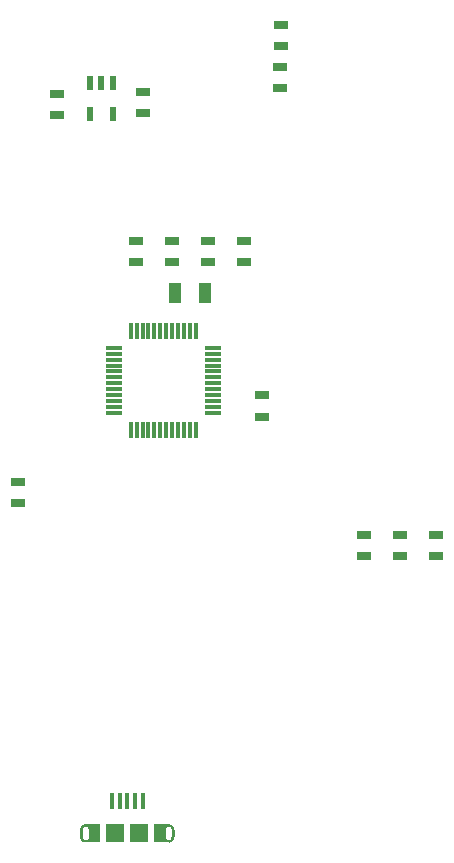
<source format=gbr>
G04 EAGLE Gerber RS-274X export*
G75*
%MOMM*%
%FSLAX34Y34*%
%LPD*%
%INSolderpaste Top*%
%IPPOS*%
%AMOC8*
5,1,8,0,0,1.08239X$1,22.5*%
G01*
%ADD10R,0.300000X1.450000*%
%ADD11R,1.450000X0.300000*%
%ADD12R,1.000000X1.800000*%
%ADD13C,0.000100*%
%ADD14R,0.400000X1.350000*%
%ADD15R,1.500000X1.550000*%
%ADD16R,1.200000X0.800000*%
%ADD17R,0.550000X1.200000*%

G36*
X786840Y7486D02*
X786840Y7486D01*
X786841Y7485D01*
X787953Y7611D01*
X787954Y7611D01*
X789011Y7981D01*
X789012Y7981D01*
X789960Y8577D01*
X789960Y8578D01*
X789961Y8578D01*
X790753Y9369D01*
X790753Y9370D01*
X791349Y10318D01*
X791349Y10319D01*
X791719Y11376D01*
X791719Y11377D01*
X791720Y11380D01*
X791720Y11384D01*
X791721Y11389D01*
X791721Y11394D01*
X791723Y11408D01*
X791723Y11413D01*
X791724Y11418D01*
X791724Y11422D01*
X791725Y11422D01*
X791724Y11422D01*
X791725Y11427D01*
X791726Y11432D01*
X791727Y11446D01*
X791728Y11451D01*
X791728Y11456D01*
X791729Y11460D01*
X791729Y11465D01*
X791730Y11470D01*
X791731Y11484D01*
X791732Y11489D01*
X791733Y11494D01*
X791733Y11498D01*
X791734Y11503D01*
X791734Y11508D01*
X791736Y11522D01*
X791736Y11527D01*
X791737Y11532D01*
X791737Y11536D01*
X791738Y11541D01*
X791739Y11555D01*
X791740Y11555D01*
X791739Y11555D01*
X791740Y11560D01*
X791741Y11565D01*
X791741Y11570D01*
X791742Y11574D01*
X791742Y11579D01*
X791744Y11593D01*
X791744Y11598D01*
X791745Y11603D01*
X791745Y11608D01*
X791746Y11612D01*
X791746Y11617D01*
X791748Y11631D01*
X791749Y11636D01*
X791749Y11641D01*
X791750Y11646D01*
X791750Y11650D01*
X791751Y11655D01*
X791752Y11669D01*
X791753Y11674D01*
X791753Y11679D01*
X791754Y11684D01*
X791754Y11688D01*
X791757Y11707D01*
X791757Y11712D01*
X791758Y11717D01*
X791758Y11722D01*
X791759Y11726D01*
X791760Y11741D01*
X791761Y11745D01*
X791761Y11750D01*
X791762Y11755D01*
X791762Y11760D01*
X791763Y11760D01*
X791762Y11760D01*
X791763Y11764D01*
X791765Y11779D01*
X791765Y11783D01*
X791766Y11788D01*
X791766Y11793D01*
X791767Y11798D01*
X791767Y11802D01*
X791769Y11817D01*
X791769Y11821D01*
X791770Y11826D01*
X791771Y11831D01*
X791771Y11836D01*
X791772Y11840D01*
X791773Y11855D01*
X791774Y11859D01*
X791774Y11864D01*
X791775Y11869D01*
X791775Y11874D01*
X791777Y11893D01*
X791778Y11893D01*
X791777Y11893D01*
X791778Y11897D01*
X791779Y11902D01*
X791779Y11907D01*
X791780Y11912D01*
X791781Y11926D01*
X791782Y11931D01*
X791782Y11935D01*
X791783Y11940D01*
X791783Y11945D01*
X791784Y11950D01*
X791786Y11964D01*
X791786Y11969D01*
X791787Y11973D01*
X791787Y11978D01*
X791788Y11983D01*
X791788Y11988D01*
X791790Y12002D01*
X791790Y12007D01*
X791791Y12011D01*
X791791Y12016D01*
X791792Y12021D01*
X791792Y12026D01*
X791794Y12040D01*
X791795Y12045D01*
X791795Y12049D01*
X791796Y12054D01*
X791796Y12059D01*
X791798Y12073D01*
X791798Y12078D01*
X791799Y12083D01*
X791799Y12087D01*
X791800Y12092D01*
X791800Y12097D01*
X791801Y12097D01*
X791800Y12097D01*
X791802Y12111D01*
X791803Y12116D01*
X791803Y12121D01*
X791804Y12125D01*
X791804Y12130D01*
X791805Y12135D01*
X791806Y12149D01*
X791807Y12154D01*
X791807Y12159D01*
X791808Y12163D01*
X791809Y12168D01*
X791809Y12173D01*
X791811Y12187D01*
X791811Y12192D01*
X791812Y12197D01*
X791812Y12201D01*
X791813Y12206D01*
X791815Y12225D01*
X791815Y12230D01*
X791816Y12230D01*
X791815Y12230D01*
X791816Y12235D01*
X791817Y12239D01*
X791817Y12244D01*
X791819Y12258D01*
X791819Y12263D01*
X791820Y12268D01*
X791820Y12273D01*
X791821Y12277D01*
X791821Y12282D01*
X791823Y12296D01*
X791824Y12301D01*
X791824Y12306D01*
X791825Y12311D01*
X791825Y12315D01*
X791826Y12320D01*
X791827Y12334D01*
X791828Y12339D01*
X791828Y12344D01*
X791829Y12349D01*
X791829Y12353D01*
X791830Y12358D01*
X791832Y12372D01*
X791832Y12377D01*
X791833Y12382D01*
X791833Y12387D01*
X791834Y12391D01*
X791836Y12410D01*
X791836Y12415D01*
X791837Y12420D01*
X791837Y12425D01*
X791838Y12429D01*
X791840Y12444D01*
X791840Y12448D01*
X791841Y12453D01*
X791841Y12458D01*
X791842Y12463D01*
X791842Y12467D01*
X791844Y12482D01*
X791844Y12486D01*
X791845Y12489D01*
X791845Y12490D01*
X791845Y17990D01*
X791845Y17991D01*
X791719Y19103D01*
X791719Y19104D01*
X791349Y20161D01*
X791349Y20162D01*
X790753Y21110D01*
X790752Y21110D01*
X790753Y21111D01*
X789961Y21903D01*
X789960Y21903D01*
X789012Y22499D01*
X789011Y22499D01*
X787954Y22869D01*
X787953Y22869D01*
X786841Y22995D01*
X786840Y22995D01*
X774840Y22995D01*
X774835Y22991D01*
X774836Y22990D01*
X774835Y22990D01*
X774835Y7490D01*
X774839Y7485D01*
X774840Y7486D01*
X774840Y7485D01*
X786840Y7485D01*
X786840Y7486D01*
G37*
G36*
X728845Y7489D02*
X728845Y7489D01*
X728844Y7490D01*
X728845Y7490D01*
X728845Y22990D01*
X728841Y22995D01*
X728840Y22994D01*
X728840Y22995D01*
X716840Y22995D01*
X716839Y22995D01*
X715727Y22869D01*
X715726Y22869D01*
X714669Y22499D01*
X714668Y22499D01*
X713720Y21903D01*
X713720Y21902D01*
X713719Y21903D01*
X712928Y21111D01*
X712927Y21110D01*
X712331Y20162D01*
X712331Y20161D01*
X711961Y19104D01*
X711961Y19103D01*
X711960Y19095D01*
X711959Y19090D01*
X711959Y19085D01*
X711958Y19081D01*
X711958Y19076D01*
X711955Y19057D01*
X711955Y19052D01*
X711954Y19047D01*
X711954Y19043D01*
X711953Y19038D01*
X711952Y19024D01*
X711951Y19019D01*
X711951Y19014D01*
X711950Y19009D01*
X711950Y19005D01*
X711949Y19000D01*
X711947Y18986D01*
X711947Y18981D01*
X711946Y18976D01*
X711946Y18971D01*
X711945Y18967D01*
X711945Y18962D01*
X711943Y18948D01*
X711943Y18943D01*
X711942Y18938D01*
X711942Y18933D01*
X711941Y18929D01*
X711940Y18924D01*
X711939Y18910D01*
X711938Y18905D01*
X711938Y18900D01*
X711937Y18895D01*
X711937Y18891D01*
X711935Y18872D01*
X711934Y18867D01*
X711934Y18862D01*
X711933Y18862D01*
X711934Y18862D01*
X711933Y18857D01*
X711932Y18853D01*
X711931Y18838D01*
X711930Y18834D01*
X711930Y18829D01*
X711929Y18824D01*
X711929Y18819D01*
X711928Y18815D01*
X711927Y18800D01*
X711926Y18796D01*
X711925Y18791D01*
X711925Y18786D01*
X711924Y18781D01*
X711924Y18777D01*
X711922Y18762D01*
X711922Y18758D01*
X711921Y18753D01*
X711921Y18748D01*
X711920Y18743D01*
X711920Y18739D01*
X711918Y18724D01*
X711917Y18720D01*
X711917Y18715D01*
X711916Y18710D01*
X711916Y18705D01*
X711914Y18691D01*
X711914Y18686D01*
X711913Y18682D01*
X711913Y18677D01*
X711912Y18672D01*
X711912Y18667D01*
X711910Y18653D01*
X711909Y18648D01*
X711909Y18644D01*
X711908Y18639D01*
X711908Y18634D01*
X711907Y18629D01*
X711906Y18615D01*
X711905Y18610D01*
X711905Y18606D01*
X711904Y18601D01*
X711904Y18596D01*
X711903Y18591D01*
X711901Y18577D01*
X711901Y18572D01*
X711900Y18568D01*
X711900Y18563D01*
X711899Y18558D01*
X711897Y18539D01*
X711897Y18534D01*
X711896Y18530D01*
X711896Y18525D01*
X711895Y18525D01*
X711896Y18525D01*
X711895Y18520D01*
X711893Y18506D01*
X711893Y18501D01*
X711892Y18496D01*
X711892Y18492D01*
X711891Y18487D01*
X711891Y18482D01*
X711889Y18468D01*
X711889Y18463D01*
X711888Y18458D01*
X711887Y18454D01*
X711887Y18449D01*
X711886Y18444D01*
X711885Y18430D01*
X711884Y18425D01*
X711884Y18420D01*
X711883Y18416D01*
X711883Y18411D01*
X711882Y18406D01*
X711881Y18392D01*
X711880Y18392D01*
X711881Y18392D01*
X711880Y18387D01*
X711879Y18382D01*
X711879Y18378D01*
X711878Y18373D01*
X711876Y18354D01*
X711876Y18349D01*
X711875Y18344D01*
X711875Y18340D01*
X711874Y18335D01*
X711872Y18321D01*
X711872Y18316D01*
X711871Y18311D01*
X711871Y18306D01*
X711870Y18302D01*
X711870Y18297D01*
X711868Y18283D01*
X711868Y18278D01*
X711867Y18273D01*
X711867Y18268D01*
X711866Y18264D01*
X711866Y18259D01*
X711864Y18245D01*
X711863Y18240D01*
X711863Y18235D01*
X711862Y18230D01*
X711862Y18226D01*
X711861Y18221D01*
X711860Y18207D01*
X711859Y18202D01*
X711859Y18197D01*
X711858Y18192D01*
X711858Y18188D01*
X711857Y18188D01*
X711858Y18188D01*
X711856Y18173D01*
X711855Y18169D01*
X711855Y18164D01*
X711854Y18159D01*
X711854Y18154D01*
X711853Y18150D01*
X711852Y18135D01*
X711851Y18131D01*
X711851Y18126D01*
X711850Y18121D01*
X711849Y18116D01*
X711849Y18112D01*
X711847Y18097D01*
X711847Y18093D01*
X711846Y18088D01*
X711846Y18083D01*
X711845Y18078D01*
X711845Y18074D01*
X711843Y18059D01*
X711843Y18055D01*
X711842Y18055D01*
X711843Y18055D01*
X711842Y18050D01*
X711841Y18045D01*
X711841Y18040D01*
X711839Y18021D01*
X711838Y18017D01*
X711838Y18012D01*
X711837Y18007D01*
X711837Y18002D01*
X711835Y17991D01*
X711836Y17990D01*
X711835Y17990D01*
X711835Y12490D01*
X711836Y12490D01*
X711835Y12489D01*
X711961Y11377D01*
X711961Y11376D01*
X712331Y10319D01*
X712331Y10318D01*
X712927Y9370D01*
X712928Y9370D01*
X712928Y9369D01*
X713719Y8578D01*
X713720Y8577D01*
X714668Y7981D01*
X714669Y7981D01*
X715726Y7611D01*
X715727Y7611D01*
X716839Y7485D01*
X716840Y7486D01*
X716840Y7485D01*
X728840Y7485D01*
X728845Y7489D01*
G37*
%LPC*%
G36*
X786194Y9580D02*
X786194Y9580D01*
X785593Y9829D01*
X785076Y10226D01*
X784679Y10743D01*
X784430Y11344D01*
X784345Y11990D01*
X784345Y18490D01*
X784430Y19136D01*
X784679Y19738D01*
X785076Y20254D01*
X785593Y20651D01*
X786194Y20900D01*
X786840Y20985D01*
X787486Y20900D01*
X788088Y20651D01*
X788604Y20254D01*
X789001Y19738D01*
X789250Y19136D01*
X789335Y18490D01*
X789335Y11990D01*
X789299Y11718D01*
X789299Y11713D01*
X789298Y11709D01*
X789298Y11704D01*
X789297Y11699D01*
X789296Y11694D01*
X789296Y11690D01*
X789295Y11685D01*
X789294Y11680D01*
X789294Y11675D01*
X789293Y11671D01*
X789293Y11666D01*
X789292Y11661D01*
X789291Y11656D01*
X789291Y11652D01*
X789290Y11647D01*
X789289Y11642D01*
X789289Y11637D01*
X789288Y11633D01*
X789288Y11628D01*
X789287Y11623D01*
X789286Y11618D01*
X789286Y11614D01*
X789285Y11609D01*
X789284Y11604D01*
X789284Y11599D01*
X789283Y11595D01*
X789283Y11590D01*
X789282Y11585D01*
X789281Y11580D01*
X789281Y11576D01*
X789280Y11571D01*
X789250Y11344D01*
X789001Y10743D01*
X788604Y10226D01*
X788088Y9829D01*
X787486Y9580D01*
X786840Y9495D01*
X786194Y9580D01*
G37*
%LPD*%
%LPC*%
G36*
X716194Y9580D02*
X716194Y9580D01*
X715593Y9829D01*
X715076Y10226D01*
X714679Y10743D01*
X714430Y11344D01*
X714345Y11990D01*
X714345Y18490D01*
X714345Y18495D01*
X714346Y18495D01*
X714345Y18495D01*
X714346Y18500D01*
X714347Y18505D01*
X714347Y18509D01*
X714348Y18514D01*
X714349Y18519D01*
X714349Y18524D01*
X714350Y18528D01*
X714350Y18533D01*
X714351Y18533D01*
X714351Y18538D01*
X714352Y18543D01*
X714352Y18547D01*
X714353Y18552D01*
X714389Y18828D01*
X714390Y18832D01*
X714391Y18837D01*
X714391Y18842D01*
X714392Y18847D01*
X714392Y18851D01*
X714393Y18856D01*
X714394Y18861D01*
X714394Y18866D01*
X714395Y18870D01*
X714396Y18875D01*
X714396Y18880D01*
X714397Y18885D01*
X714397Y18889D01*
X714398Y18894D01*
X714399Y18899D01*
X714399Y18904D01*
X714400Y18908D01*
X714401Y18913D01*
X714401Y18918D01*
X714402Y18923D01*
X714402Y18927D01*
X714403Y18932D01*
X714404Y18937D01*
X714404Y18942D01*
X714405Y18946D01*
X714406Y18951D01*
X714406Y18956D01*
X714407Y18961D01*
X714407Y18965D01*
X714408Y18970D01*
X714409Y18975D01*
X714409Y18980D01*
X714430Y19136D01*
X714679Y19738D01*
X715076Y20254D01*
X715593Y20651D01*
X716194Y20900D01*
X716840Y20985D01*
X717486Y20900D01*
X718088Y20651D01*
X718604Y20254D01*
X719001Y19738D01*
X719250Y19136D01*
X719335Y18490D01*
X719335Y11990D01*
X719250Y11344D01*
X719001Y10743D01*
X718604Y10226D01*
X718088Y9829D01*
X717486Y9580D01*
X716840Y9495D01*
X716194Y9580D01*
G37*
%LPD*%
D10*
X809820Y440780D03*
X804820Y440780D03*
X799820Y440780D03*
X794820Y440780D03*
X789820Y440780D03*
X784820Y440780D03*
X779820Y440780D03*
X774820Y440780D03*
X769820Y440780D03*
X759820Y440780D03*
X754820Y440780D03*
D11*
X740320Y426280D03*
X740320Y421280D03*
X740320Y416280D03*
X740320Y411280D03*
X740320Y406280D03*
X740320Y401280D03*
X740320Y396280D03*
X740320Y391280D03*
X740320Y386280D03*
X740320Y381280D03*
X740320Y376280D03*
X740320Y371280D03*
D10*
X764820Y440780D03*
X754820Y357080D03*
X759820Y356780D03*
X764820Y356780D03*
X769820Y356780D03*
X774820Y356780D03*
X779820Y356780D03*
X784820Y356780D03*
X789820Y356780D03*
X794820Y356780D03*
X804820Y356780D03*
X809820Y356780D03*
X799820Y356780D03*
D11*
X824320Y371280D03*
X824320Y376280D03*
X824320Y381280D03*
X824320Y386280D03*
X824320Y391280D03*
X824320Y396280D03*
X824320Y401280D03*
X824320Y406280D03*
X824320Y411280D03*
X824320Y416280D03*
X824320Y421280D03*
X824320Y426280D03*
D12*
X817680Y472440D03*
X792680Y472440D03*
D13*
X716840Y22940D02*
X716840Y21240D01*
X786840Y9240D02*
X786840Y7540D01*
D14*
X738840Y42240D03*
X745340Y42240D03*
X751840Y42240D03*
X758340Y42240D03*
X764840Y42240D03*
D15*
X741840Y15240D03*
X761840Y15240D03*
D16*
X881634Y699626D03*
X881634Y681626D03*
X881380Y646320D03*
X881380Y664320D03*
X692404Y623206D03*
X692404Y641206D03*
X764794Y624984D03*
X764794Y642984D03*
X759460Y499000D03*
X759460Y517000D03*
X850900Y499000D03*
X850900Y517000D03*
X820420Y499000D03*
X820420Y517000D03*
X789940Y499000D03*
X789940Y517000D03*
X982980Y268080D03*
X982980Y250080D03*
X952500Y268080D03*
X952500Y250080D03*
X1013460Y250080D03*
X1013460Y268080D03*
D17*
X739496Y650287D03*
X729996Y650287D03*
X720496Y650287D03*
X720496Y624285D03*
X739496Y624285D03*
D16*
X865759Y367936D03*
X865759Y385936D03*
X659257Y295038D03*
X659257Y313038D03*
M02*

</source>
